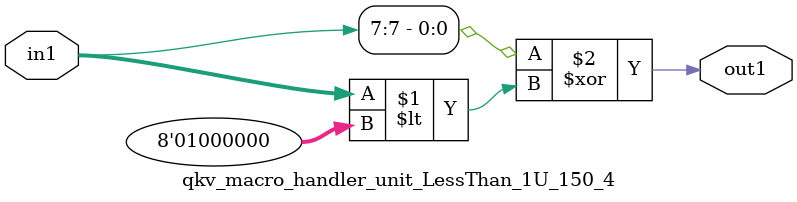
<source format=v>

`timescale 1ps / 1ps


module qkv_macro_handler_unit_LessThan_1U_150_4( in1, out1 );

    input [7:0] in1;
    output out1;

    
    // rtl_process:qkv_macro_handler_unit_LessThan_1U_150_4/qkv_macro_handler_unit_LessThan_1U_150_4_thread_1
    assign out1 = (in1[7] ^ in1 < 8'd064);

endmodule



</source>
